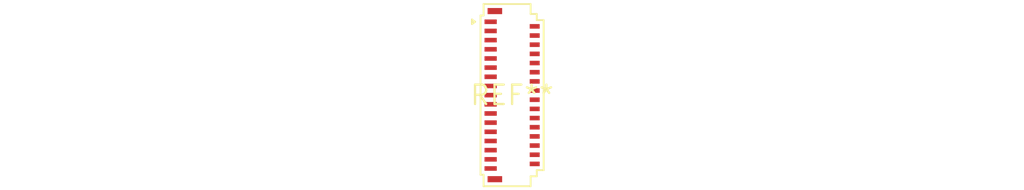
<source format=kicad_pcb>
(kicad_pcb (version 20240108) (generator pcbnew)
  (layers (0 "F.Cu" signal) (31 "B.Cu" signal) (34 "B.Paste" user) (35 "F.Paste" user) (36 "B.SilkS" user "B.Silkscreen") (37 "F.SilkS" user "F.Silkscreen") (38 "B.Mask" user) (39 "F.Mask" user) (44 "Edge.Cuts" user))
  (net 0 "")
  (footprint "Hirose_FH26-33S-0.3SHW_2Rows-33Pins-1MP_P0.60mm_Horizontal" (layer "F.Cu") (at 0 0)
    (property "Reference" "REF**")
    (property "Value" "Hirose_FH26-33S-0.3SHW_2Rows-33Pins-1MP_P0.60mm_Horizontal")
    (fp_line (start -2.622132 -4.95) (end -2.41 -4.8) (layer "F.SilkS") (stroke (width 0.12)))
    (fp_line (start -2.622132 -4.65) (end -2.622132 -4.95) (layer "F.SilkS") (stroke (width 0.12)))
    (fp_line (start -2.41 -4.8) (end -2.622132 -4.65) (layer "F.SilkS") (stroke (width 0.12)))
    (fp_line (start -2.06 -5.21) (end -2.06 0) (layer "F.SilkS") (stroke (width 0.12)))
    (fp_line (start -2.06 5.21) (end -2.06 0) (layer "F.SilkS") (stroke (width 0.12)))
    (fp_line (start -1.86 -5.96) (end -1.86 -5.21) (layer "F.SilkS") (stroke (width 0.12)))
    (fp_line (start -1.86 -5.21) (end -2.06 -5.21) (layer "F.SilkS") (stroke (width 0.12)))
    (fp_line (start -1.86 5.21) (end -2.06 5.21) (layer "F.SilkS") (stroke (width 0.12)))
    (fp_line (start -1.86 5.96) (end -1.86 5.21) (layer "F.SilkS") (stroke (width 0.12)))
    (fp_line (start 1.21 -5.96) (end -1.86 -5.96) (layer "F.SilkS") (stroke (width 0.12)))
    (fp_line (start 1.21 -5.31) (end 1.21 -5.96) (layer "F.SilkS") (stroke (width 0.12)))
    (fp_line (start 1.21 5.31) (end 1.21 5.96) (layer "F.SilkS") (stroke (width 0.12)))
    (fp_line (start 1.21 5.96) (end -1.86 5.96) (layer "F.SilkS") (stroke (width 0.12)))
    (fp_line (start 1.61 -5.31) (end 1.21 -5.31) (layer "F.SilkS") (stroke (width 0.12)))
    (fp_line (start 1.61 -4.91) (end 1.61 -5.31) (layer "F.SilkS") (stroke (width 0.12)))
    (fp_line (start 1.61 4.91) (end 1.61 5.31) (layer "F.SilkS") (stroke (width 0.12)))
    (fp_line (start 1.61 5.31) (end 1.21 5.31) (layer "F.SilkS") (stroke (width 0.12)))
    (fp_line (start 2.06 -4.91) (end 1.61 -4.91) (layer "F.SilkS") (stroke (width 0.12)))
    (fp_line (start 2.06 0) (end 2.06 -4.91) (layer "F.SilkS") (stroke (width 0.12)))
    (fp_line (start 2.06 0) (end 2.06 4.91) (layer "F.SilkS") (stroke (width 0.12)))
    (fp_line (start 2.06 4.91) (end 1.61 4.91) (layer "F.SilkS") (stroke (width 0.12)))
    (pad "1" smd rect (at -1.4 -4.8) (size 0.8 0.3) (layers "F.Cu" "F.Paste" "F.Mask"))
    (pad "2" smd rect (at 1.475 -4.5) (size 0.65 0.3) (layers "F.Cu" "F.Paste" "F.Mask"))
    (pad "3" smd rect (at -1.4 -4.2) (size 0.8 0.3) (layers "F.Cu" "F.Paste" "F.Mask"))
    (pad "4" smd rect (at 1.475 -3.9) (size 0.65 0.3) (layers "F.Cu" "F.Paste" "F.Mask"))
    (pad "5" smd rect (at -1.4 -3.6) (size 0.8 0.3) (layers "F.Cu" "F.Paste" "F.Mask"))
    (pad "6" smd rect (at 1.475 -3.3) (size 0.65 0.3) (layers "F.Cu" "F.Paste" "F.Mask"))
    (pad "7" smd rect (at -1.4 -3) (size 0.8 0.3) (layers "F.Cu" "F.Paste" "F.Mask"))
    (pad "8" smd rect (at 1.475 -2.7) (size 0.65 0.3) (layers "F.Cu" "F.Paste" "F.Mask"))
    (pad "9" smd rect (at -1.4 -2.4) (size 0.8 0.3) (layers "F.Cu" "F.Paste" "F.Mask"))
    (pad "10" smd rect (at 1.475 -2.1) (size 0.65 0.3) (layers "F.Cu" "F.Paste" "F.Mask"))
    (pad "11" smd rect (at -1.4 -1.8) (size 0.8 0.3) (layers "F.Cu" "F.Paste" "F.Mask"))
    (pad "12" smd rect (at 1.475 -1.5) (size 0.65 0.3) (layers "F.Cu" "F.Paste" "F.Mask"))
    (pad "13" smd rect (at -1.4 -1.2) (size 0.8 0.3) (layers "F.Cu" "F.Paste" "F.Mask"))
    (pad "14" smd rect (at 1.475 -0.9) (size 0.65 0.3) (layers "F.Cu" "F.Paste" "F.Mask"))
    (pad "15" smd rect (at -1.4 -0.6) (size 0.8 0.3) (layers "F.Cu" "F.Paste" "F.Mask"))
    (pad "16" smd rect (at 1.475 -0.3) (size 0.65 0.3) (layers "F.Cu" "F.Paste" "F.Mask"))
    (pad "17" smd rect (at -1.4 0) (size 0.8 0.3) (layers "F.Cu" "F.Paste" "F.Mask"))
    (pad "18" smd rect (at 1.475 0.3) (size 0.65 0.3) (layers "F.Cu" "F.Paste" "F.Mask"))
    (pad "19" smd rect (at -1.4 0.6) (size 0.8 0.3) (layers "F.Cu" "F.Paste" "F.Mask"))
    (pad "20" smd rect (at 1.475 0.9) (size 0.65 0.3) (layers "F.Cu" "F.Paste" "F.Mask"))
    (pad "21" smd rect (at -1.4 1.2) (size 0.8 0.3) (layers "F.Cu" "F.Paste" "F.Mask"))
    (pad "22" smd rect (at 1.475 1.5) (size 0.65 0.3) (layers "F.Cu" "F.Paste" "F.Mask"))
    (pad "23" smd rect (at -1.4 1.8) (size 0.8 0.3) (layers "F.Cu" "F.Paste" "F.Mask"))
    (pad "24" smd rect (at 1.475 2.1) (size 0.65 0.3) (layers "F.Cu" "F.Paste" "F.Mask"))
    (pad "25" smd rect (at -1.4 2.4) (size 0.8 0.3) (layers "F.Cu" "F.Paste" "F.Mask"))
    (pad "26" smd rect (at 1.475 2.7) (size 0.65 0.3) (layers "F.Cu" "F.Paste" "F.Mask"))
    (pad "27" smd rect (at -1.4 3) (size 0.8 0.3) (layers "F.Cu" "F.Paste" "F.Mask"))
    (pad "28" smd rect (at 1.475 3.3) (size 0.65 0.3) (layers "F.Cu" "F.Paste" "F.Mask"))
    (pad "29" smd rect (at -1.4 3.6) (size 0.8 0.3) (layers "F.Cu" "F.Paste" "F.Mask"))
    (pad "30" smd rect (at 1.475 3.9) (size 0.65 0.3) (layers "F.Cu" "F.Paste" "F.Mask"))
    (pad "31" smd rect (at -1.4 4.2) (size 0.8 0.3) (layers "F.Cu" "F.Paste" "F.Mask"))
    (pad "32" smd rect (at 1.475 4.5) (size 0.65 0.3) (layers "F.Cu" "F.Paste" "F.Mask"))
    (pad "33" smd rect (at -1.4 4.8) (size 0.8 0.3) (layers "F.Cu" "F.Paste" "F.Mask"))
    (pad "MP" smd rect (at -1.125 -5.5) (size 0.95 0.4) (layers "F.Cu" "F.Paste" "F.Mask"))
    (pad "MP" smd rect (at -1.125 5.5) (size 0.95 0.4) (layers "F.Cu" "F.Paste" "F.Mask"))
  )
)
</source>
